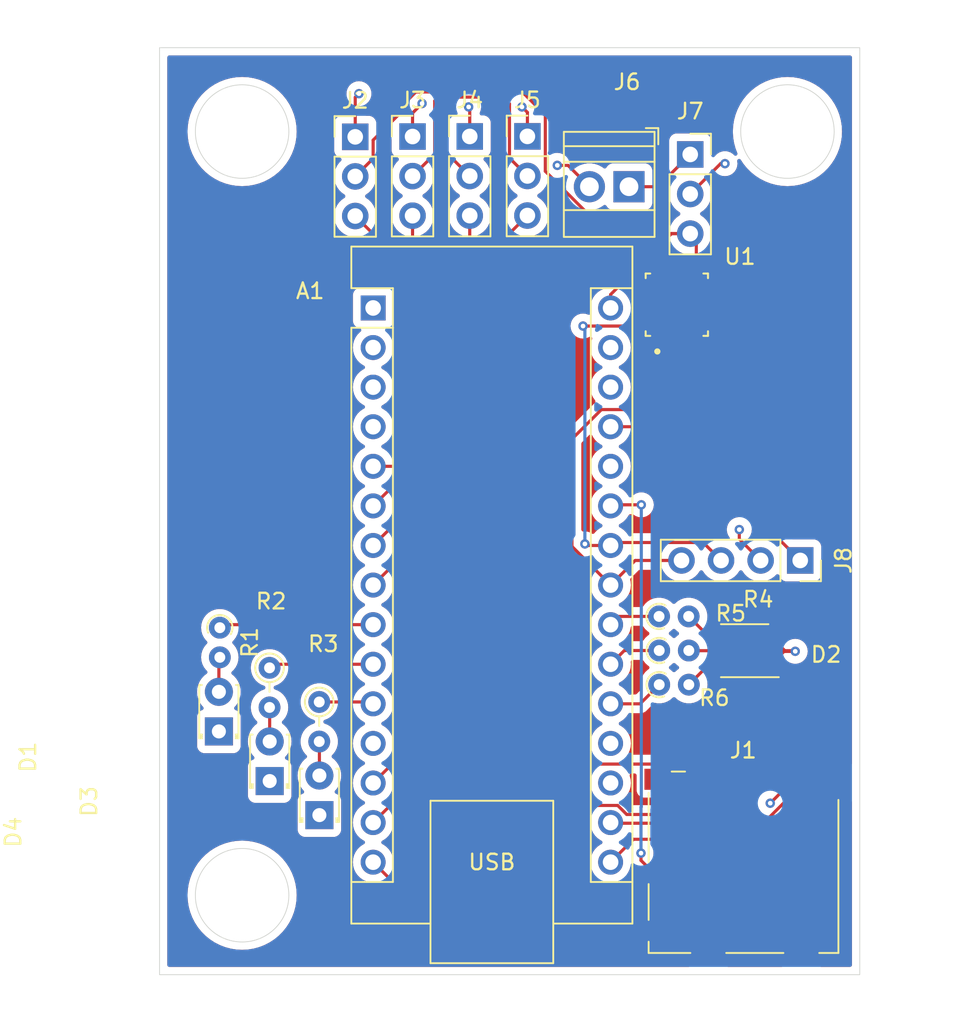
<source format=kicad_pcb>
(kicad_pcb (version 20240108) (generator "pcbnew") (generator_version "8.0")
  (layers (0 "F.Cu" signal) (1 "In1.Cu" signal) (2 "In2.Cu" signal) (31 "B.Cu" signal) (34 "B.Paste" user) (35 "F.Paste" user) (36 "B.SilkS" user "B.Silkscreen") (37 "F.SilkS" user "F.Silkscreen") (38 "B.Mask" user) (39 "F.Mask" user) (44 "Edge.Cuts" user))
  (net 0 "")
  (net 1 "Net-(A1-D4)")
  (net 3 "Net-(A1-A3)")
  (net 4 "Net-(A1-D3)")
  (net 5 "GND")
  (net 6 "Net-(A1-SCL{slash}A5)")
  (net 7 "Net-(A1-D6)")
  (net 8 "Net-(A1-MISO)")
  (net 11 "Net-(A1-D5)")
  (net 12 "Net-(A1-A6)")
  (net 13 "Net-(A1-+5V)")
  (net 14 "Net-(A1-D2)")
  (net 15 "Net-(A1-A1)")
  (net 17 "Net-(A1-D10)")
  (net 19 "Net-(A1-VIN)")
  (net 20 "Net-(A1-SCK)")
  (net 22 "Net-(A1-D7)")
  (net 24 "Net-(A1-MOSI)")
  (net 25 "Net-(A1-SDA{slash}A4)")
  (net 26 "Net-(A1-3V3)")
  (net 27 "Net-(A1-A2)")
  (net 29 "Net-(A1-D8)")
  (net 30 "Net-(D1-A)")
  (net 31 "Net-(D3-A)")
  (net 32 "Net-(D4-A)")
  (net 36 "Net-(J6-Pin_1)")
  (net 38 "Net-(U1-NC-Pad14)")
  (net 50 "Net-(D2-RK)")
  (net 51 "Net-(D2-BK)")
  (net 52 "Net-(D2-GK)")
  (footprint "MPU-6050-A:QFN50P400X400X95-24N" (layer "F.Cu") (at 110.9 98.11 90)
    (property "Reference" "U1" (at 3.08 4.05 180) (layer "F.SilkS"))
    (property "Value" "MPU-6050-A")
    (fp_line (start 2 -2) (end 1.705 -2) (stroke (width 0.127)) (layer "F.SilkS"))
    (fp_line (start 2 -2) (end 2 -1.705) (stroke (width 0.127)) (layer "F.SilkS"))
    (fp_line (start -2 -2) (end -1.705 -2) (stroke (width 0.127)) (layer "F.SilkS"))
    (fp_line (start -2 -2) (end -2 -1.705) (stroke (width 0.127)) (layer "F.SilkS"))
    (fp_line (start 2 2) (end 2 1.705) (stroke (width 0.127)) (layer "F.SilkS"))
    (fp_line (start 2 2) (end 1.705 2) (stroke (width 0.127)) (layer "F.SilkS"))
    (fp_line (start -2 2) (end -2 1.705) (stroke (width 0.127)) (layer "F.SilkS"))
    (fp_line (start -2 2) (end -1.705 2) (stroke (width 0.127)) (layer "F.SilkS"))
    (fp_circle (center -3 -1.25) (end -2.9 -1.25) (stroke (width 0.2)) (fill none) (layer "F.SilkS"))
    (pad "1" smd rect (at -1.97 -1.25 90) (size 0.79 0.28) (layers "F.Cu" "F.Paste" "F.Mask"))
    (pad "2" smd rect (at -1.97 -0.75 90) (size 0.79 0.28) (layers "F.Cu" "F.Paste" "F.Mask") (net 38 "Net-(U1-NC-Pad14)"))
    (pad "3" smd rect (at -1.97 -0.25 90) (size 0.79 0.28) (layers "F.Cu" "F.Paste" "F.Mask") (net 38 "Net-(U1-NC-Pad14)"))
    (pad "4" smd rect (at -1.97 0.25 90) (size 0.79 0.28) (layers "F.Cu" "F.Paste" "F.Mask") (net 38 "Net-(U1-NC-Pad14)"))
    (pad "5" smd rect (at -1.97 0.75 90) (size 0.79 0.28) (layers "F.Cu" "F.Paste" "F.Mask") (net 38 "Net-(U1-NC-Pad14)"))
    (pad "6" smd rect (at -1.97 1.25 90) (size 0.79 0.28) (layers "F.Cu" "F.Paste" "F.Mask"))
    (pad "7" smd rect (at -1.25 1.97 90) (size 0.28 0.79) (layers "F.Cu" "F.Paste" "F.Mask"))
    (pad "8" smd rect (at -0.75 1.97 90) (size 0.28 0.79) (layers "F.Cu" "F.Paste" "F.Mask"))
    (pad "9" smd rect (at -0.25 1.97 90) (size 0.28 0.79) (layers "F.Cu" "F.Paste" "F.Mask"))
    (pad "10" smd rect (at 0.25 1.97 90) (size 0.28 0.79) (layers "F.Cu" "F.Paste" "F.Mask"))
    (pad "11" smd rect (at 0.75 1.97 90) (size 0.28 0.79) (layers "F.Cu" "F.Paste" "F.Mask"))
    (pad "12" smd rect (at 1.25 1.97 90) (size 0.28 0.79) (layers "F.Cu" "F.Paste" "F.Mask"))
    (pad "13" smd rect (at 1.97 1.25 90) (size 0.79 0.28) (layers "F.Cu" "F.Paste" "F.Mask") (net 19 "Net-(A1-VIN)"))
    (pad "14" smd rect (at 1.97 0.75 90) (size 0.79 0.28) (layers "F.Cu" "F.Paste" "F.Mask") (net 38 "Net-(U1-NC-Pad14)"))
    (pad "15" smd rect (at 1.97 0.25 90) (size 0.79 0.28) (layers "F.Cu" "F.Paste" "F.Mask") (net 38 "Net-(U1-NC-Pad14)"))
    (pad "16" smd rect (at 1.97 -0.25 90) (size 0.79 0.28) (layers "F.Cu" "F.Paste" "F.Mask") (net 38 "Net-(U1-NC-Pad14)"))
    (pad "17" smd rect (at 1.97 -0.75 90) (size 0.79 0.28) (layers "F.Cu" "F.Paste" "F.Mask") (net 38 "Net-(U1-NC-Pad14)"))
    (pad "18" smd rect (at 1.97 -1.25 90) (size 0.79 0.28) (layers "F.Cu" "F.Paste" "F.Mask") (net 5 "GND"))
    (pad "19" smd rect (at 1.25 -1.97 90) (size 0.28 0.79) (layers "F.Cu" "F.Paste" "F.Mask"))
    (pad "20" smd rect (at 0.75 -1.97 90) (size 0.28 0.79) (layers "F.Cu" "F.Paste" "F.Mask"))
    (pad "21" smd rect (at 0.25 -1.97 90) (size 0.28 0.79) (layers "F.Cu" "F.Paste" "F.Mask"))
    (pad "22" smd rect (at -0.25 -1.97 90) (size 0.28 0.79) (layers "F.Cu" "F.Paste" "F.Mask"))
    (pad "23" smd rect (at -0.75 -1.97 90) (size 0.28 0.79) (layers "F.Cu" "F.Paste" "F.Mask") (net 6 "Net-(A1-SCL{slash}A5)"))
    (pad "24" smd rect (at -1.25 -1.97 90) (size 0.28 0.79) (layers "F.Cu" "F.Paste" "F.Mask") (net 25 "Net-(A1-SDA{slash}A4)"))
    (zone (net 0) (net_name "") (layer "F.Cu") (connect_pads (clearance 0)) (min_thickness 0.01)
      (keepout (tracks not_allowed) (vias not_allowed) (pads not_allowed) (copperpour not_allowed) (footprints allowed))
      (fill (thermal_gap 0.508) (thermal_bridge_width 0.508))
      (polygon (pts (xy 109.6 99.46) (xy 109.6 96.76) (xy 112.2 96.76) (xy 112.2 99.46)))
    )
  )
  (footprint "LED_THT:LED_D1.8mm_W3.3mm_H2.4mm" (layer "F.Cu") (at 87.96 130.86 90)
    (property "Reference" "D4" (at -1.09 -19.65 90) (layer "F.SilkS"))
    (property "Value" "LED")
    (fp_line (start 2.98 -1.26) (end 2.98 -1.095) (stroke (width 0.12)) (layer "F.SilkS"))
    (fp_line (start -0.2 -1.26) (end -0.2 -1.08) (stroke (width 0.12)) (layer "F.SilkS"))
    (fp_line (start -0.32 -1.26) (end -0.32 -1.08) (stroke (width 0.12)) (layer "F.SilkS"))
    (fp_line (start -0.44 -1.26) (end 2.98 -1.26) (stroke (width 0.12)) (layer "F.SilkS"))
    (fp_line (start -0.44 -1.26) (end -0.44 -1.08) (stroke (width 0.12)) (layer "F.SilkS"))
    (fp_line (start -0.2 1.08) (end -0.2 1.26) (stroke (width 0.12)) (layer "F.SilkS"))
    (fp_line (start -0.32 1.08) (end -0.32 1.26) (stroke (width 0.12)) (layer "F.SilkS"))
    (fp_line (start -0.44 1.08) (end -0.44 1.26) (stroke (width 0.12)) (layer "F.SilkS"))
    (fp_line (start 2.98 1.095) (end 2.98 1.26) (stroke (width 0.12)) (layer "F.SilkS"))
    (fp_line (start -0.44 1.26) (end 2.98 1.26) (stroke (width 0.12)) (layer "F.SilkS"))
    (pad "1" thru_hole rect (at 0 0 90) (size 1.8 1.8) (drill 0.9) (layers "*.Cu" "*.Mask") (net 5 "GND"))
    (pad "2" thru_hole circle (at 2.54 0 90) (size 1.8 1.8) (drill 0.9) (layers "*.Cu" "*.Mask") (net 32 "Net-(D4-A)"))
  )
  (footprint "Resistor_THT:R_Axial_DIN0204_L3.6mm_D1.6mm_P1.90mm_Vertical" (layer "F.Cu") (at 109.77 120.3)
    (property "Reference" "R5" (at 4.59 -2.38 0) (layer "F.SilkS"))
    (property "Value" "R")
    (fp_arc (start 0.320095 0.749359) (mid -0.813042 -0.054435) (end 0.417133 -0.7) (stroke (width 0.12)) (layer "F.SilkS"))
    (pad "1" thru_hole circle (at 0 0) (size 1.4 1.4) (drill 0.7) (layers "*.Cu" "*.Mask") (net 27 "Net-(A1-A2)"))
    (pad "2" thru_hole oval (at 1.9 0) (size 1.4 1.4) (drill 0.7) (layers "*.Cu" "*.Mask") (net 50 "Net-(D2-RK)"))
  )
  (footprint "Connector_PinHeader_2.54mm:PinHeader_1x03_P2.54mm_Vertical" (layer "F.Cu") (at 90.26 87.34)
    (property "Reference" "J2" (at 0 -2.33 0) (layer "F.SilkS"))
    (property "Value" "Conn_01x03")
    (fp_line (start -1.33 -1.33) (end 0 -1.33) (stroke (width 0.12)) (layer "F.SilkS"))
    (fp_line (start -1.33 0) (end -1.33 -1.33) (stroke (width 0.12)) (layer "F.SilkS"))
    (fp_line (start -1.33 1.27) (end -1.33 6.41) (stroke (width 0.12)) (layer "F.SilkS"))
    (fp_line (start -1.33 1.27) (end 1.33 1.27) (stroke (width 0.12)) (layer "F.SilkS"))
    (fp_line (start -1.33 6.41) (end 1.33 6.41) (stroke (width 0.12)) (layer "F.SilkS"))
    (fp_line (start 1.33 1.27) (end 1.33 6.41) (stroke (width 0.12)) (layer "F.SilkS"))
    (pad "1" thru_hole rect (at 0 0) (size 1.7 1.7) (drill 1) (layers "*.Cu" "*.Mask") (net 5 "GND"))
    (pad "2" thru_hole oval (at 0 2.54) (size 1.7 1.7) (drill 1) (layers "*.Cu" "*.Mask") (net 19 "Net-(A1-VIN)"))
    (pad "3" thru_hole oval (at 0 5.08) (size 1.7 1.7) (drill 1) (layers "*.Cu" "*.Mask") (net 14 "Net-(A1-D2)"))
  )
  (footprint "LED_SMD:LED_ROHM_SMLVN6" (layer "F.Cu") (at 115.255 120.31 180)
    (property "Reference" "D2" (at -5.225 -0.25 0) (layer "F.SilkS"))
    (property "Value" "SMLVN6RGB")
    (fp_line (start -1.525 1.7) (end 1.525 1.7) (stroke (width 0.12)) (layer "F.SilkS"))
    (fp_line (start -2.19 -1.7) (end 1.525 -1.7) (stroke (width 0.12)) (layer "F.SilkS"))
    (pad "1" smd roundrect (at -1.525 -1.05 180) (size 1.45 0.8) (layers "F.Cu" "F.Paste" "F.Mask") (roundrect_rratio 0.2) (net 5 "GND"))
    (pad "2" smd roundrect (at -1.525 0 180) (size 1.45 0.6) (layers "F.Cu" "F.Paste" "F.Mask") (roundrect_rratio 0.2) (net 5 "GND"))
    (pad "3" smd roundrect (at -1.525 1.05 180) (size 1.45 0.8) (layers "F.Cu" "F.Paste" "F.Mask") (roundrect_rratio 0.2) (net 5 "GND"))
    (pad "4" smd roundrect (at 1.525 1.05 180) (size 1.45 0.8) (layers "F.Cu" "F.Paste" "F.Mask") (roundrect_rratio 0.2) (net 52 "Net-(D2-GK)"))
    (pad "5" smd roundrect (at 1.525 0 180) (size 1.45 0.6) (layers "F.Cu" "F.Paste" "F.Mask") (roundrect_rratio 0.2) (net 50 "Net-(D2-RK)"))
    (pad "6" smd roundrect (at 1.525 -1.05 180) (size 1.45 0.8) (layers "F.Cu" "F.Paste" "F.Mask") (roundrect_rratio 0.2) (net 51 "Net-(D2-BK)"))
  )
  (footprint "Module:Arduino_Nano" (layer "F.Cu") (at 91.41 98.32)
    (property "Reference" "A1" (at -4.04 -1.09 0) (layer "F.SilkS"))
    (property "Value" "Arduino_Nano_Every")
    (fp_line (start -1.4 -3.94) (end -1.4 -1.27) (stroke (width 0.12)) (layer "F.SilkS"))
    (fp_line (start -1.4 1.27) (end -1.4 39.5) (stroke (width 0.12)) (layer "F.SilkS"))
    (fp_line (start -1.4 39.5) (end 3.68 39.5) (stroke (width 0.12)) (layer "F.SilkS"))
    (fp_line (start 1.27 -1.27) (end -1.4 -1.27) (stroke (width 0.12)) (layer "F.SilkS"))
    (fp_line (start 1.27 1.27) (end -1.4 1.27) (stroke (width 0.12)) (layer "F.SilkS"))
    (fp_line (start 1.27 1.27) (end 1.27 -1.27) (stroke (width 0.12)) (layer "F.SilkS"))
    (fp_line (start 1.27 1.27) (end 1.27 36.83) (stroke (width 0.12)) (layer "F.SilkS"))
    (fp_line (start 1.27 36.83) (end -1.4 36.83) (stroke (width 0.12)) (layer "F.SilkS"))
    (fp_line (start 3.68 31.62) (end 11.56 31.62) (stroke (width 0.12)) (layer "F.SilkS"))
    (fp_line (start 3.68 42.04) (end 3.68 31.62) (stroke (width 0.12)) (layer "F.SilkS"))
    (fp_line (start 11.56 31.62) (end 11.56 42.04) (stroke (width 0.12)) (layer "F.SilkS"))
    (fp_line (start 11.56 42.04) (end 3.68 42.04) (stroke (width 0.12)) (layer "F.SilkS"))
    (fp_line (start 13.97 -1.27) (end 13.97 36.83) (stroke (width 0.12)) (layer "F.SilkS"))
    (fp_line (start 13.97 -1.27) (end 16.64 -1.27) (stroke (width 0.12)) (layer "F.SilkS"))
    (fp_line (start 13.97 36.83) (end 16.64 36.83) (stroke (width 0.12)) (layer "F.SilkS"))
    (fp_line (start 16.64 -3.94) (end -1.4 -3.94) (stroke (width 0.12)) (layer "F.SilkS"))
    (fp_line (start 16.64 39.5) (end 11.56 39.5) (stroke (width 0.12)) (layer "F.SilkS"))
    (fp_line (start 16.64 39.5) (end 16.64 -3.94) (stroke (width 0.12)) (layer "F.SilkS"))
    (fp_text user "USB" (at 7.62 35.56 0) (layer "F.SilkS"))
    (pad "1" thru_hole rect (at 0 0) (size 1.6 1.6) (drill 1) (layers "*.Cu" "*.Mask"))
    (pad "2" thru_hole oval (at 0 2.54) (size 1.6 1.6) (drill 1) (layers "*.Cu" "*.Mask"))
    (pad "3" thru_hole oval (at 0 5.08) (size 1.6 1.6) (drill 1) (layers "*.Cu" "*.Mask"))
    (pad "4" thru_hole oval (at 0 7.62) (size 1.6 1.6) (drill 1) (layers "*.Cu" "*.Mask") (net 5 "GND"))
    (pad "5" thru_hole oval (at 0 10.16) (size 1.6 1.6) (drill 1) (layers "*.Cu" "*.Mask") (net 14 "Net-(A1-D2)"))
    (pad "6" thru_hole oval (at 0 12.7) (size 1.6 1.6) (drill 1) (layers "*.Cu" "*.Mask") (net 4 "Net-(A1-D3)"))
    (pad "7" thru_hole oval (at 0 15.24) (size 1.6 1.6) (drill 1) (layers "*.Cu" "*.Mask") (net 1 "Net-(A1-D4)"))
    (pad "8" thru_hole oval (at 0 17.78) (size 1.6 1.6) (drill 1) (layers "*.Cu" "*.Mask") (net 11 "Net-(A1-D5)"))
    (pad "9" thru_hole oval (at 0 20.32) (size 1.6 1.6) (drill 1) (layers "*.Cu" "*.Mask") (net 7 "Net-(A1-D6)"))
    (pad "10" thru_hole oval (at 0 22.86) (size 1.6 1.6) (drill 1) (layers "*.Cu" "*.Mask") (net 22 "Net-(A1-D7)"))
    (pad "11" thru_hole oval (at 0 25.4) (size 1.6 1.6) (drill 1) (layers "*.Cu" "*.Mask") (net 29 "Net-(A1-D8)"))
    (pad "12" thru_hole oval (at 0 27.94) (size 1.6 1.6) (drill 1) (layers "*.Cu" "*.Mask"))
    (pad "13" thru_hole oval (at 0 30.48) (size 1.6 1.6) (drill 1) (layers "*.Cu" "*.Mask") (net 17 "Net-(A1-D10)"))
    (pad "14" thru_hole oval (at 0 33.02) (size 1.6 1.6) (drill 1) (layers "*.Cu" "*.Mask") (net 24 "Net-(A1-MOSI)"))
    (pad "15" thru_hole oval (at 0 35.56) (size 1.6 1.6) (drill 1) (layers "*.Cu" "*.Mask") (net 8 "Net-(A1-MISO)"))
    (pad "16" thru_hole oval (at 15.24 35.56) (size 1.6 1.6) (drill 1) (layers "*.Cu" "*.Mask") (net 20 "Net-(A1-SCK)"))
    (pad "17" thru_hole oval (at 15.24 33.02) (size 1.6 1.6) (drill 1) (layers "*.Cu" "*.Mask") (net 26 "Net-(A1-3V3)"))
    (pad "18" thru_hole oval (at 15.24 30.48) (size 1.6 1.6) (drill 1) (layers "*.Cu" "*.Mask"))
    (pad "19" thru_hole oval (at 15.24 27.94) (size 1.6 1.6) (drill 1) (layers "*.Cu" "*.Mask"))
    (pad "20" thru_hole oval (at 15.24 25.4) (size 1.6 1.6) (drill 1) (layers "*.Cu" "*.Mask") (net 15 "Net-(A1-A1)"))
    (pad "21" thru_hole oval (at 15.24 22.86) (size 1.6 1.6) (drill 1) (layers "*.Cu" "*.Mask") (net 27 "Net-(A1-A2)"))
    (pad "22" thru_hole oval (at 15.24 20.32) (size 1.6 1.6) (drill 1) (layers "*.Cu" "*.Mask") (net 3 "Net-(A1-A3)"))
    (pad "23" thru_hole oval (at 15.24 17.78) (size 1.6 1.6) (drill 1) (layers "*.Cu" "*.Mask") (net 25 "Net-(A1-SDA{slash}A4)"))
    (pad "24" thru_hole oval (at 15.24 15.24) (size 1.6 1.6) (drill 1) (layers "*.Cu" "*.Mask") (net 6 "Net-(A1-SCL{slash}A5)"))
    (pad "25" thru_hole oval (at 15.24 12.7) (size 1.6 1.6) (drill 1) (layers "*.Cu" "*.Mask") (net 12 "Net-(A1-A6)"))
    (pad "26" thru_hole oval (at 15.24 10.16) (size 1.6 1.6) (drill 1) (layers "*.Cu" "*.Mask"))
    (pad "27" thru_hole oval (at 15.24 7.62) (size 1.6 1.6) (drill 1) (layers "*.Cu" "*.Mask") (net 13 "Net-(A1-+5V)"))
    (pad "28" thru_hole oval (at 15.24 5.08) (size 1.6 1.6) (drill 1) (layers "*.Cu" "*.Mask"))
    (pad "29" thru_hole oval (at 15.24 2.54) (size 1.6 1.6) (drill 1) (layers "*.Cu" "*.Mask") (net 5 "GND"))
    (pad "30" thru_hole oval (at 15.24 0) (size 1.6 1.6) (drill 1) (layers "*.Cu" "*.Mask") (net 19 "Net-(A1-VIN)"))
  )
  (footprint "Connector_PinHeader_2.54mm:PinHeader_1x03_P2.54mm_Vertical" (layer "F.Cu") (at 97.61 87.315)
    (property "Reference" "J4" (at 0 -2.33 0) (layer "F.SilkS"))
    (property "Value" "Conn_01x03")
    (fp_line (start -1.33 -1.33) (end 0 -1.33) (stroke (width 0.12)) (layer "F.SilkS"))
    (fp_line (start -1.33 0) (end -1.33 -1.33) (stroke (width 0.12)) (layer "F.SilkS"))
    (fp_line (start -1.33 1.27) (end -1.33 6.41) (stroke (width 0.12)) (layer "F.SilkS"))
    (fp_line (start -1.33 1.27) (end 1.33 1.27) (stroke (width 0.12)) (layer "F.SilkS"))
    (fp_line (start -1.33 6.41) (end 1.33 6.41) (stroke (width 0.12)) (layer "F.SilkS"))
    (fp_line (start 1.33 1.27) (end 1.33 6.41) (stroke (width 0.12)) (layer "F.SilkS"))
    (pad "1" thru_hole rect (at 0 0) (size 1.7 1.7) (drill 1) (layers "*.Cu" "*.Mask") (net 5 "GND"))
    (pad "2" thru_hole oval (at 0 2.54) (size 1.7 1.7) (drill 1) (layers "*.Cu" "*.Mask") (net 19 "Net-(A1-VIN)"))
    (pad "3" thru_hole oval (at 0 5.08) (size 1.7 1.7) (drill 1) (layers "*.Cu" "*.Mask") (net 1 "Net-(A1-D4)"))
  )
  (footprint "Connector_PinHeader_2.54mm:PinHeader_1x03_P2.54mm_Vertical" (layer "F.Cu") (at 93.94 87.32)
    (property "Reference" "J3" (at 0 -2.33 0) (layer "F.SilkS"))
    (property "Value" "Conn_01x03")
    (fp_line (start -1.33 -1.33) (end 0 -1.33) (stroke (width 0.12)) (layer "F.SilkS"))
    (fp_line (start -1.33 0) (end -1.33 -1.33) (stroke (width 0.12)) (layer "F.SilkS"))
    (fp_line (start -1.33 1.27) (end -1.33 6.41) (stroke (width 0.12)) (layer "F.SilkS"))
    (fp_line (start -1.33 1.27) (end 1.33 1.27) (stroke (width 0.12)) (layer "F.SilkS"))
    (fp_line (start -1.33 6.41) (end 1.33 6.41) (stroke (width 0.12)) (layer "F.SilkS"))
    (fp_line (start 1.33 1.27) (end 1.33 6.41) (stroke (width 0.12)) (layer "F.SilkS"))
    (pad "1" thru_hole rect (at 0 0) (size 1.7 1.7) (drill 1) (layers "*.Cu" "*.Mask") (net 5 "GND"))
    (pad "2" thru_hole oval (at 0 2.54) (size 1.7 1.7) (drill 1) (layers "*.Cu" "*.Mask") (net 19 "Net-(A1-VIN)"))
    (pad "3" thru_hole oval (at 0 5.08) (size 1.7 1.7) (drill 1) (layers "*.Cu" "*.Mask") (net 4 "Net-(A1-D3)"))
  )
  (footprint "LED_THT:LED_D1.8mm_W3.3mm_H2.4mm" (layer "F.Cu") (at 84.77 128.675 90)
    (property "Reference" "D3" (at -1.31 -11.59 90) (layer "F.SilkS"))
    (property "Value" "LED")
    (fp_line (start 2.98 -1.26) (end 2.98 -1.095) (stroke (width 0.12)) (layer "F.SilkS"))
    (fp_line (start -0.2 -1.26) (end -0.2 -1.08) (stroke (width 0.12)) (layer "F.SilkS"))
    (fp_line (start -0.32 -1.26) (end -0.32 -1.08) (stroke (width 0.12)) (layer "F.SilkS"))
    (fp_line (start -0.44 -1.26) (end 2.98 -1.26) (stroke (width 0.12)) (layer "F.SilkS"))
    (fp_line (start -0.44 -1.26) (end -0.44 -1.08) (stroke (width 0.12)) (layer "F.SilkS"))
    (fp_line (start -0.2 1.08) (end -0.2 1.26) (stroke (width 0.12)) (layer "F.SilkS"))
    (fp_line (start -0.32 1.08) (end -0.32 1.26) (stroke (width 0.12)) (layer "F.SilkS"))
    (fp_line (start -0.44 1.08) (end -0.44 1.26) (stroke (width 0.12)) (layer "F.SilkS"))
    (fp_line (start 2.98 1.095) (end 2.98 1.26) (stroke (width 0.12)) (layer "F.SilkS"))
    (fp_line (start -0.44 1.26) (end 2.98 1.26) (stroke (width 0.12)) (layer "F.SilkS"))
    (pad "1" thru_hole rect (at 0 0 90) (size 1.8 1.8) (drill 0.9) (layers "*.Cu" "*.Mask") (net 5 "GND"))
    (pad "2" thru_hole circle (at 2.54 0 90) (size 1.8 1.8) (drill 0.9) (layers "*.Cu" "*.Mask") (net 31 "Net-(D3-A)"))
  )
  (footprint "LED_THT:LED_D1.8mm_W3.3mm_H2.4mm" (layer "F.Cu") (at 81.51 125.49 90)
    (property "Reference" "D1" (at -1.645 -12.25 90) (layer "F.SilkS"))
    (property "Value" "LED")
    (fp_line (start 2.98 -1.26) (end 2.98 -1.095) (stroke (width 0.12)) (layer "F.SilkS"))
    (fp_line (start -0.2 -1.26) (end -0.2 -1.08) (stroke (width 0.12)) (layer "F.SilkS"))
    (fp_line (start -0.32 -1.26) (end -0.32 -1.08) (stroke (width 0.12)) (layer "F.SilkS"))
    (fp_line (start -0.44 -1.26) (end 2.98 -1.26) (stroke (width 0.12)) (layer "F.SilkS"))
    (fp_line (start -0.44 -1.26) (end -0.44 -1.08) (stroke (width 0.12)) (layer "F.SilkS"))
    (fp_line (start -0.2 1.08) (end -0.2 1.26) (stroke (width 0.12)) (layer "F.SilkS"))
    (fp_line (start -0.32 1.08) (end -0.32 1.26) (stroke (width 0.12)) (layer "F.SilkS"))
    (fp_line (start -0.44 1.08) (end -0.44 1.26) (stroke (width 0.12)) (layer "F.SilkS"))
    (fp_line (start 2.98 1.095) (end 2.98 1.26) (stroke (width 0.12)) (layer "F.SilkS"))
    (fp_line (start -0.44 1.26) (end 2.98 1.26) (stroke (width 0.12)) (layer "F.SilkS"))
    (pad "1" thru_hole rect (at 0 0 90) (size 1.8 1.8) (drill 0.9) (layers "*.Cu" "*.Mask") (net 5 "GND"))
    (pad "2" thru_hole circle (at 2.54 0 90) (size 1.8 1.8) (drill 0.9) (layers "*.Cu" "*.Mask") (net 30 "Net-(D1-A)"))
  )
  (footprint "TerminalBlock:TerminalBlock_Xinya_XY308-2.54-2P_1x02_P2.54mm_Horizontal" (layer "F.Cu") (at 107.83 90.54 180)
    (property "Reference" "J6" (at 0.12 6.72 0) (layer "F.SilkS"))
    (property "Value" "Screw_Terminal_01x02")
    (fp_line (start 4.18 -3.22) (end 4.18 3.52) (stroke (width 0.12)) (layer "F.SilkS"))
    (fp_line (start -1.64 3.52) (end 4.18 3.52) (stroke (width 0.12)) (layer "F.SilkS"))
    (fp_line (start -1.64 2.6) (end 4.18 2.6) (stroke (width 0.12)) (layer "F.SilkS"))
    (fp_line (start -1.64 1.6) (end 4.18 1.6) (stroke (width 0.12)) (layer "F.SilkS"))
    (fp_line (start -1.64 -1.501) (end 4.18 -1.501) (stroke (width 0.12)) (layer "F.SilkS"))
    (fp_line (start -1.64 -3.22) (end 4.18 -3.22) (stroke (width 0.12)) (layer "F.SilkS"))
    (fp_line (start -1.64 -3.22) (end -1.64 3.52) (stroke (width 0.12)) (layer "F.SilkS"))
    (fp_line (start -1.88 3.76) (end -1.08 3.76) (stroke (width 0.12)) (layer "F.SilkS"))
    (fp_line (start -1.88 2.72) (end -1.88 3.76) (stroke (width 0.12)) (layer "F.SilkS"))
    (pad "1" thru_hole rect (at 0 0 180) (size 2 2) (drill 1.2) (layers "*.Cu" "*.Mask") (net 36 "Net-(J6-Pin_1)"))
    (pad "2" thru_hole circle (at 2.54 0 180) (size 2 2) (drill 1.2) (layers "*.Cu" "*.Mask") (net 5 "GND"))
  )
  (footprint "Resistor_THT:R_Axial_DIN0204_L3.6mm_D1.6mm_P2.54mm_Vertical" (layer "F.Cu") (at 87.95 123.6 -90)
    (property "Reference" "R3" (at -3.72 -0.26 180) (layer "F.SilkS"))
    (property "Value" "R")
    (fp_line (start 0.92 0) (end 1.54 0) (stroke (width 0.12)) (layer "F.SilkS"))
    (fp_circle (center 0 0) (end 0.92 0) (stroke (width 0.12)) (fill none) (layer "F.SilkS"))
    (pad "1" thru_hole circle (at 0 0 270) (size 1.4 1.4) (drill 0.7) (layers "*.Cu" "*.Mask") (net 29 "Net-(A1-D8)"))
    (pad "2" thru_hole oval (at 2.54 0 270) (size 1.4 1.4) (drill 0.7) (layers "*.Cu" "*.Mask") (net 32 "Net-(D4-A)"))
  )
  (footprint "Resistor_THT:R_Axial_DIN0204_L3.6mm_D1.6mm_P1.90mm_Vertical" (layer "F.Cu") (at 109.76 118.11)
    (property "Reference" "R4" (at 6.36 -1.09 0) (layer "F.SilkS"))
    (property "Value" "R")
    (fp_arc (start 0.320095 0.749359) (mid -0.813042 -0.054435) (end 0.417133 -0.7) (stroke (width 0.12)) (layer "F.SilkS"))
    (pad "1" thru_hole circle (at 0 0) (size 1.4 1.4) (drill 0.7) (layers "*.Cu" "*.Mask") (net 3 "Net-(A1-A3)"))
    (pad "2" thru_hole oval (at 1.9 0) (size 1.4 1.4) (drill 0.7) (layers "*.Cu" "*.Mask") (net 52 "Net-(D2-GK)"))
  )
  (footprint "Resistor_THT:R_Axial_DIN0204_L3.6mm_D1.6mm_P2.54mm_Vertical" (layer "F.Cu") (at 84.76 121.41 -90)
    (property "Reference" "R2" (at -4.27 -0.1 180) (layer "F.SilkS"))
    (property "Value" "R")
    (fp_line (start 0.92 0) (end 1.54 0) (stroke (width 0.12)) (layer "F.SilkS"))
    (fp_circle (center 0 0) (end 0.92 0) (stroke (width 0.12)) (fill none) (layer "F.SilkS"))
    (pad "1" thru_hole circle (at 0 0 270) (size 1.4 1.4) (drill 0.7) (layers "*.Cu" "*.Mask") (net 22 "Net-(A1-D7)"))
    (pad "2" thru_hole oval (at 2.54 0 270) (size 1.4 1.4) (drill 0.7) (layers "*.Cu" "*.Mask") (net 31 "Net-(D3-A)"))
  )
  (footprint "Connector_PinHeader_2.54mm:PinHeader_1x03_P2.54mm_Vertical" (layer "F.Cu") (at 101.31 87.31)
    (property "Reference" "J5" (at 0 -2.33 0) (layer "F.SilkS"))
    (property "Value" "Conn_01x03")
    (fp_line (start -1.33 -1.33) (end 0 -1.33) (stroke (width 0.12)) (layer "F.SilkS"))
    (fp_line (start -1.33 0) (end -1.33 -1.33) (stroke (width 0.12)) (layer "F.SilkS"))
    (fp_line (start -1.33 1.27) (end -1.33 6.41) (stroke (width 0.12)) (layer "F.SilkS"))
    (fp_line (start -1.33 1.27) (end 1.33 1.27) (stroke (width 0.12)) (layer "F.SilkS"))
    (fp_line (start -1.33 6.41) (end 1.33 6.41) (stroke (width 0.12)) (layer "F.SilkS"))
    (fp_line (start 1.33 1.27) (end 1.33 6.41) (stroke (width 0.12)) (layer "F.SilkS"))
    (pad "1" thru_hole rect (at 0 0) (size 1.7 1.7) (drill 1) (layers "*.Cu" "*.Mask") (net 5 "GND"))
    (pad "2" thru_hole oval (at 0 2.54) (size 1.7 1.7) (drill 1) (layers "*.Cu" "*.Mask") (net 19 "Net-(A1-VIN)"))
    (pad "3" thru_hole oval (at 0 5.08) (size 1.7 1.7) (drill 1) (layers "*.Cu" "*.Mask") (net 11 "Net-(A1-D5)"))
  )
  (footprint "Connector_Card:microSD_HC_Molex_104031-0811" (layer "F.Cu") (at 115.16 133.885)
    (property "Reference" "J1" (at 0 -7.18 0) (layer "F.SilkS"))
    (property "Value" "Micro_SD_Card_Det1")
    (fp_line (start -6.07 -4.45) (end -6.07 0) (stroke (width 0.12)) (layer "F.SilkS"))
    (fp_line (start -6.07 1.4) (end -6.07 3.7) (stroke (width 0.12)) (layer "F.SilkS"))
    (fp_line (start -6.07 5.1) (end -6.07 5.82) (stroke (width 0.12)) (layer "F.SilkS"))
    (fp_line (start -6.07 5.82) (end -3.39 5.82) (stroke (width 0.12)) (layer "F.SilkS"))
    (fp_line (start -4.59 -5.82) (end -3.73 -5.82) (stroke (width 0.12)) (layer "F.SilkS"))
    (fp_line (start -1.09 5.82) (end 2.58 5.82) (stroke (width 0.12)) (layer "F.SilkS"))
    (fp_line (start 4.88 5.82) (end 6.11 5.82) (stroke (width 0.12)) (layer "F.SilkS"))
    (fp_line (start 6.11 5.82) (end 6.11 -4) (stroke (width 0.12)) (layer "F.SilkS"))
    (pad "1" smd rect (at -3.105 -5.45) (size 0.85 1.1) (layers "F.Cu" "F.Paste" "F.Mask"))
    (pad "2" smd rect (at -2.005 -5.45) (size 0.85 1.1) (layers "F.Cu" "F.Paste" "F.Mask") (net 17 "Net-(A1-D10)"))
    (pad "3" smd rect (at -0.905 -5.45) (size 0.85 1.1) (layers "F.Cu" "F.Paste" "F.Mask") (net 24 "Net-(A1-MOSI)"))
    (pad "4" smd rect (at 0.195 -5.45) (size 0.85 1.1) (layers "F.Cu" "F.Paste" "F.Mask") (net 26 "Net-(A1-3V3)"))
    (pad "5" smd rect (at 1.295 -5.45) (size 0.85 1.1) (layers "F.Cu" "F.Paste" "F.Mask") (net 20 "Net-(A1-SCK)"))
    (pad "6" smd rect (at 2.395 -5.45) (size 0.85 1.1) (layers "F.Cu" "F.Paste" "F.Mask") (net 5 "GND"))
    (pad "7" smd rect (at 3.495 -5.45) (size 0.85 1.1) (layers "F.Cu" "F.Paste" "F.Mask") (net 8 "Net-(A1-MISO)"))
    (pad "8" smd rect (at 4.545 -5.45) (size 0.75 1.1) (layers "F.Cu" "F.Paste" "F.Mask"))
    (pad "9" smd rect (at -5.74 0.7) (size 1.2 1) (layers "F.Cu" "F.Paste" "F.Mask") (net 12 "Net-(A1-A6)"))
    (pad "10" smd rect (at -5.74 4.4) (size 1.2 1) (layers "F.Cu" "F.Paste" "F.Mask"))
    (pad "11" smd rect (at -5.565 -5.325) (size 1.55 1.35) (layers "F.Cu" "F.Paste" "F.Mask"))
    (pad "11" smd rect (at -2.24 5.375) (size 1.9 1.35) (layers "F.Cu" "F.Paste" "F.Mask"))
    (pad "11" smd rect (at 3.73 5.375) (size 1.9 1.35) (layers "F.Cu" "F.Paste" "F.Mask"))
    (pad "11" smd rect (at 5.755 -5.1) (size 1.17 1.8) (layers "F.Cu" "F.Paste" "F.Mask"))
  )
  (footprint "Connector_PinSocket_2.54mm:PinSocket_1x03_P2.54mm_Vertical" (layer "F.Cu") (at 111.76 88.47)
    (property "Reference" "J7" (at 0 -2.77 0) (layer "F.SilkS"))
    (property "Value" "Conn_01x03")
    (fp_line (start -1.33 1.27) (end -1.33 6.41) (stroke (width 0.12)) (layer "F.SilkS"))
    (fp_line (start -1.33 1.27) (end 1.33 1.27) (stroke (width 0.12)) (layer "F.SilkS"))
    (fp_line (start -1.33 6.41) (end 1.33 6.41) (stroke (width 0.12)) (layer "F.SilkS"))
    (fp_line (start 0 -1.33) (end 1.33 -1.33) (stroke (width 0.12)) (layer "F.SilkS"))
    (fp_line (start 1.33 -1.33) (end 1.33 0) (stroke (width 0.12)) (layer "F.SilkS"))
    (fp_line (start 1.33 1.27) (end 1.33 6.41) (stroke (width 0.12)) (layer "F.SilkS"))
    (pad "1" thru_hole rect (at 0 0) (size 1.7 1.7) (drill 1) (layers "*.Cu" "*.Mask") (net 36 "Net-(J6-Pin_1)"))
    (pad "2" thru_hole oval (at 0 2.54) (size 1.7 1.7) (drill 1) (layers "*.Cu" "*.Mask") (net 5 "GND"))
    (pad "3" thru_hole oval (at 0 5.08) (size 1.7 1.7) (drill 1) (layers "*.Cu" "*.Mask") (net 19 "Net-(A1-VIN)"))
  )
  (footprint "Resistor_THT:R_Axial_DIN0204_L3.6mm_D1.6mm_P1.90mm_Vertical" (layer "F.Cu") (at 109.77 122.49)
    (property "Reference" "R6" (at 3.54 0.85 0) (layer "F.SilkS"))
    (property "Value" "R")
    (fp_arc (start 0.320095 0.749359) (mid -0.813042 -0.054435) (end 0.417133 -0.7) (stroke (width 0.12)) (layer "F.SilkS"))
    (pad "1" thru_hole circle (at 0 0) (size 1.4 1.4) (drill 0.7) (layers "*.Cu" "*.Mask") (net 15 "Net-(A1-A1)"))
    (pad "2" thru_hole oval (at 1.9 0) (size 1.4 1.4) (drill 0.7) (layers "*.Cu" "*.Mask") (net 51 "Net-(D2-BK)"))
  )
  (footprint "Resistor_THT:R_Axial_DIN0204_L3.6mm_D1.6mm_P1.90mm_Vertical" (layer "F.Cu") (at 81.57 118.835 -90)
    (property "Reference" "R1" (at 0.95 -1.92 90) (layer "F.SilkS"))
    (property "Value" "R")
    (fp_arc (start 0.320095 0.749359) (mid -0.813042 -0.054435) (end 0.417133 -0.7) (stroke (width 0.12)) (layer "F.SilkS"))
    (pad "1" thru_hole circle (at 0 0 270) (size 1.4 1.4) (drill 0.7) (layers "*.Cu" "*.Mask") (net 7 "Net-(A1-D6)"))
    (pad "2" thru_hole oval (at 1.9 0 270) (size 1.4 1.4) (drill 0.7) (layers "*.Cu" "*.Mask") (net 30 "Net-(D1-A)"))
  )
  (footprint "Connector_PinSocket_2.54mm:PinSocket_1x04_P2.54mm_Vertical" (layer "F.Cu") (at 118.82 114.52 -90)
    (property "Reference" "J8" (at 0 -2.77 90) (layer "F.SilkS"))
    (property "Value" "Conn_01x04")
    (fp_line (start -1.33 8.95) (end 1.33 8.95) (stroke (width 0.12)) (layer "F.SilkS"))
    (fp_line (start -1.33 1.27) (end -1.33 8.95) (stroke (width 0.12)) (layer "F.SilkS"))
    (fp_line (start -1.33 1.27) (end 1.33 1.27) (stroke (width 0.12)) (layer "F.SilkS"))
    (fp_line (start 1.33 1.27) (end 1.33 8.95) (stroke (width 0.12)) (layer "F.SilkS"))
    (fp_line (start 0 -1.33) (end 1.33 -1.33) (stroke (width 0.12)) (layer "F.SilkS"))
    (fp_line (start 1.33 -1.33) (end 1.33 0) (stroke (width 0.12)) (layer "F.SilkS"))
    (pad "1" thru_hole rect (at 0 0 270) (size 1.7 1.7) (drill 1) (layers "*.Cu" "*.Mask") (net 13 "Net-(A1-+5V)"))
    (pad "2" thru_hole oval (at 0 2.54 270) (size 1.7 1.7) (drill 1) (layers "*.Cu" "*.Mask") (net 5 "GND"))
    (pad "3" thru_hole oval (at 0 5.08 270) (size 1.7 1.7) (drill 1) (layers "*.Cu" "*.Mask") (net 6 "Net-(A1-SCL{slash}A5)"))
    (pad "4" thru_hole oval (at 0 7.62 270) (size 1.7 1.7) (drill 1) (layers "*.Cu" "*.Mask") (net 25 "Net-(A1-SDA{slash}A4)"))
  )
  (gr_circle (center 83 136) (end 86 136) (stroke (width 0.05)) (fill none) (layer "Edge.Cuts"))
  (gr_circle (center 118 87) (end 118 90) (stroke (width 0.05)) (fill none) (layer "Edge.Cuts"))
  (gr_circle (center 83 87) (end 83 84) (stroke (width 0.05)) (fill none) (layer "Edge.Cuts"))
  (gr_rect (start 77.7 81.62) (end 122.64 141.1) (stroke (width 0.05)) (fill none) (layer "Edge.Cuts"))
  (segment (start 97.61 107.36) (end 91.41 113.56) (width 0.2) (layer "F.Cu") (net 1))
  (segment (start 97.61 92.395) (end 97.61 107.36) (width 0.2) (layer "F.Cu") (net 1))
  (segment (start 107.18 118.11) (end 106.65 118.64) (width 0.2) (layer "F.Cu") (net 3))
  (segment (start 109.76 118.11) (end 107.18 118.11) (width 0.2) (layer "F.Cu") (net 3))
  (segment (start 93.94 108.49) (end 91.41 111.02) (width 0.2) (layer "F.Cu") (net 4))
  (segment (start 93.94 92.4) (end 93.94 108.49) (width 0.2) (layer "F.Cu") (net 4))
  (segment (start 111.76 91.01) (end 113.71 89.06) (width 0.2) (layer "F.Cu") (net 5))
  (segment (start 116.28 114.52) (end 114.91 113.15) (width 0.2) (layer "F.Cu") (net 5))
  (segment (start 116.78 121.36) (end 117.79 120.35) (width 0.2) (layer "F.Cu") (net 5))
  (segment (start 101.31 87.31) (end 101.31 85.77) (width 0.2) (layer "F.Cu") (net 5))
  (segment (start 116.895735 130.095735) (end 117.555 129.43647) (width 0.2) (layer "F.Cu") (net 5))
  (segment (start 97.61 85.49) (end 97.54 85.42) (width 0.2) (layer "F.Cu") (net 5))
  (segment (start 101.31 85.77) (end 100.96 85.42) (width 0.2) (layer "F.Cu") (net 5))
  (segment (start 114.91 113.15) (end 114.91 112.54) (width 0.2) (layer "F.Cu") (net 5))
  (segment (start 93.94 87.32) (end 93.94 85.81) (width 0.2) (layer "F.Cu") (net 5))
  (segment (start 103.92 89.17) (end 103.23 89.17) (width 0.2) (layer "F.Cu") (net 5))
  (segment (start 118.46 120.31) (end 118.5 120.35) (width 0.2) (layer "F.Cu") (net 5))
  (segment (start 117.79 120.35) (end 118.5 120.35) (width 0.2) (layer "F.Cu") (net 5))
  (segment (start 116.78 119.26) (end 117.87 120.35) (width 0.2) (layer "F.Cu") (net 5))
  (segment (start 90.26 87.34) (end 90.26 84.81) (width 0.2) (layer "F.Cu") (net 5))
  (segment (start 93.94 85.81) (end 94.55 85.2) (width 0.2) (layer "F.Cu") (net 5))
  (segment (start 105.29 90.54) (end 103.92 89.17) (width 0.2) (layer "F.Cu") (net 5))
  (segment (start 113.71 89.06) (end 113.99 89.06) (width 0.2) (layer "F.Cu") (net 5))
  (segment (start 117.87 120.35) (end 118.5 120.35) (width 0.2) (layer "F.Cu") (net 5))
  (segment (start 116.78 120.31) (end 118.46 120.31) (width 0.2) (layer "F.Cu") (net 5))
  (segment (start 117.555 129.43647) (end 117.555 128.435) (width 0.2) (layer "F.Cu") (net 5))
  (segment (start 97.61 87.315) (end 97.61 85.49) (width 0.2) (layer "F.Cu") (net 5))
  (segment (start 90.26 84.81) (end 90.5 84.57) (width 0.2) (layer "F.Cu") (net 5))
  (via (at 116.895735 130.095735) (size 0.6) (drill 0.3) (layers "F.Cu" "B.Cu") (net 5))
  (via (at 100.96 85.42) (size 0.6) (drill 0.3) (layers "F.Cu" "B.Cu") (net 5))
  (via (at 118.5 120.35) (size 0.6) (drill 0.3) (layers "F.Cu" "B.Cu") (net 5))
  (via (at 114.91 112.54) (size 0.6) (drill 0.3) (layers "F.Cu" "B.Cu") (net 5))
  (via (at 94.55 85.2) (size 0.6) (drill 0.3) (layers "F.Cu" "B.Cu") (net 5))
  (via (at 90.5 84.57) (size 0.6) (drill 0.3) (layers "F.Cu" "B.Cu") (net 5))
  (via (at 97.54 85.42) (size 0.6) (drill 0.3) (layers "F.Cu" "B.Cu") (net 5))
  (via (at 103.23 89.17) (size 0.6) (drill 0.3) (layers "F.Cu" "B.Cu") (net 5))
  (via (at 113.99 89.06) (size 0.6) (drill 0.3) (layers "F.Cu" "B.Cu") (net 5))
  (segment (start 112.59 113.37) (end 106.84 113.37) (width 0.2) (layer "F.Cu") (net 6))
  (segment (start 107.675 99.48) (end 108.295 98.86) (width 0.2) (layer "F.Cu") (net 6))
  (segment (start 106.84 113.37) (end 106.65 113.56) (width 0.2) (layer "F.Cu") (net 6))
  (segment (start 113.74 114.52) (end 112.59 113.37) (width 0.2) (layer "F.Cu") (net 6))
  (segment (start 108.295 98.86) (end 108.93 98.86) (width 0.2) (layer "F.Cu") (net 6))
  (segment (start 106.65 113.56) (end 105.1 113.56) (width 0.2) (layer "F.Cu") (net 6))
  (segment (start 104.88 99.48) (end 107.675 99.48) (width 0.2) (layer "F.Cu") (net 6))
  (segment (start 105.1 113.56) (end 105 113.46) (width 0.2) (layer "F.Cu") (net 6))
  (via (at 105 113.46) (size 0.6) (drill 0.3) (layers "F.Cu" "B.Cu") (net 6))
  (via (at 104.88 99.48) (size 0.6) (drill 0.3) (layers "F.Cu" "B.Cu") (net 6))
  (segment (start 105 99.6) (end 104.88 99.48) (width 0.2) (layer "B.Cu") (net 6))
  (segment (start 105 113.46) (end 105 99.6) (width 0.2) (layer "B.Cu") (net 6))
  (segment (start 91.41 118.64) (end 81.765 118.64) (width 0.2) (layer "F.Cu") (net 7))
  (segment (start 81.765 118.64) (end 81.57 118.835) (width 0.2) (layer "F.Cu") (net 7))
  (segment (start 118.655 128.435) (end 118.655 129.185) (width 0.2) (layer "F.Cu") (net 8))
  (segment (start 112.455 135.385) (end 92.915 135.385) (width 0.2) (layer "F.Cu") (net 8))
  (segment (start 118.655 129.185) (end 112.455 135.385) (width 0.2) (layer "F.Cu") (net 8))
  (segment (start 92.915 135.385) (end 91.41 133.88) (width 0.2) (layer "F.Cu") (net 8))
  (segment (start 99.32 94.38) (end 99.32 108.19) (width 0.2) (layer "F.Cu") (net 11))
  (segment (start 99.32 108.19) (end 91.41 116.1) (width 0.2) (layer "F.Cu") (net 11))
  (segment (start 101.31 92.39) (end 99.32 94.38) (width 0.2) (layer "F.Cu") (net 11))
  (segment (start 108.6 133.765) (end 109.42 134.585) (width 0.2) (layer "F.Cu") (net 12))
  (segment (start 108.6 133.3) (end 108.6 133.765) (width 0.2) (layer "F.Cu") (net 12))
  (segment (start 108.62 110.95) (end 106.72 110.95) (width 0.2) (layer "F.Cu") (net 12))
  (segment (start 106.72 110.95) (end 106.65 111.02) (width 0.2) (layer "F.Cu") (net 12))
  (via (at 108.62 110.95) (size 0.6) (drill 0.3) (layers "F.Cu" "B.Cu") (net 12))
  (via (at 108.6 133.3) (size 0.6) (drill 0.3) (layers "F.Cu" "B.Cu") (net 12))
  (segment (start 108.6 133.3) (end 108.6 130.35) (width 0.2) (layer "B.Cu") (net 12))
  (segment (start 108.6 130.35) (end 108.62 130.33) (width 0.2) (layer "B.Cu") (net 12))
  (segment (start 108.62 130.33) (end 108.62 110.95) (width 0.2) (layer "B.Cu") (net 12))
  (segment (start 110.24 105.94) (end 106.65 105.94) (width 0.2) (layer "F.Cu") (net 13))
  (segment (start 118.82 114.52) (end 110.24 105.94) (width 0.2) (layer "F.Cu") (net 13))
  (segment (start 92.8 108.48) (end 91.41 108.48) (width 0.2) (layer "F.Cu") (net 14))
  (segment (start 90.26 92.42) (end 93.01 95.17) (width 0.2) (layer "F.Cu") (net 14))
  (segment (start 93.01 95.17) (end 93.01 108.42) (width 0.2) (layer "F.Cu") (net 14))
  (segment (start 92.86 108.42) (end 92.8 108.48) (width 0.2) (layer "F.Cu") (net 14))
  (segment (start 93.01 108.42) (end 92.86 108.42) (width 0.2) (layer "F.Cu") (net 14))
  (segment (start 108.54 123.72) (end 106.65 123.72) (width 0.2) (layer "F.Cu") (net 15))
  (segment (start 109.77 122.49) (end 108.54 123.72) (width 0.2) (layer "F.Cu") (net 15))
  (segment (start 113.155 128.435) (end 113.155 127.685) (width 0.2) (layer "F.Cu") (net 17))
  (segment (start 92.625 127.585) (end 91.41 128.8) (width 0.2) (layer "F.Cu") (net 17))
  (segment (start 113.155 127.685) (end 113.055 127.585) (width 0.2) (layer "F.Cu") (net 17))
  (segment (start 113.055 127.585) (end 92.625 127.585) (width 0.2) (layer "F.Cu") (net 17))
  (segment (start 102.46 89.548478) (end 102.46 85.94) (width 0.2) (layer "F.Cu") (net 19))
  (segment (start 94.15 84.46) (end 93.18 85.43) (width 0.2) (layer "F.Cu") (net 19))
  (segment (start 106.65 97.457919) (end 106.65 98.32) (width 0.2) (layer "F.Cu") (net 19))
  (segment (start 111.76 93.55) (end 106.461522 93.55) (width 0.2) (layer "F.Cu") (net 19))
  (segment (start 111.76 93.55) (end 110.557919 93.55) (width 0.2) (layer "F.Cu") (net 19))
  (segment (start 95.94 84.32) (end 95.94 84.78) (width 0.2) (layer "F.Cu") (net 19))
  (segment (start 95.94 84.32) (end 95.94 88.185) (width 0.2) (layer "F.Cu") (net 19))
  (segment (start 100.16 85.22) (end 100.16 88.7) (width 0.2) (layer "F.Cu") (net 19))
  (segment (start 112.15 93.94) (end 112.15 96.14) (width 0.2) (layer "F.Cu") (net 19))
  (segment (start 95.94 84.46) (end 94.15 84.46) (width 0.2) (layer "F.Cu") (net 19))
  (segment (start 93.18 85.78) (end 91.41 87.55) (width 0.2) (layer "F.Cu") (net 19))
  (segment (start 91.41 88.73) (end 90.26 89.88) (width 0.2) (layer "F.Cu") (net 19))
  (segment (start 95.94 88.185) (end 97.61 89.855) (width 0.2) (layer "F.Cu") (net 19))
  (segment (start 95.95 84.79) (end 99.73 84.79) (width 0.2) (layer "F.Cu") (net 19))
  (segment (start 110.557919 93.55) (end 106.65 97.457919) (width 0.2) (layer "F.Cu") (net 19))
  (segment (start 99.73 84.79) (end 100.16 85.22) (width 0.2) (layer "F.Cu") (net 19))
  (segment (start 100.84 84.32) (end 95.94 84.32) (width 0.2) (layer "F.Cu") (net 19))
  (segment (start 95.94 84.78) (end 95.95 84.79) (width 0.2) (layer "F.Cu") (net 19))
  (segment (start 102.46 85.94) (end 100.84 84.32) (width 0.2) (layer "F.Cu") (net 19))
  (segment (start 95.94 84.46) (end 95.36 85.04) (width 0.2) (layer "F.Cu") (net 19))
  (segment (start 95.36 85.04) (end 95.36 88.44) (width 0.2) (layer "F.Cu") (net 19))
  (segment (start 93.18 85.43) (end 93.18 85.78) (width 0.2) (layer "F.Cu") (net 19))
  (segment (start 100.16 88.7) (end 101.31 89.85) (width 0.2) (layer "F.Cu") (net 19))
  (segment (start 106.461522 93.55) (end 102.46 89.548478) (width 0.2) (layer "F.Cu") (net 19))
  (segment (start 91.41 87.55) (end 91.41 88.73) (width 0.2) (layer "F.Cu") (net 19))
  (segment (start 111.76 93.55) (end 112.15 93.94) (width 0.2) (layer "F.Cu") (net 19))
  (segment (start 95.36 88.44) (end 93.94 89.86) (width 0.2) (layer "F.Cu") (net 19))
  (segment (start 95.94 84.32) (end 95.94 84.46) (width 0.2) (layer "F.Cu") (net 19))
  (segment (start 108.12 132.41) (end 106.65 133.88) (width 0.2) (layer "F.Cu") (net 20))
  (segment (start 116.455 128.435) (end 116.455 129.185) (width 0.2) (layer "F.Cu") (net 20))
  (segment (start 113.23 132.41) (end 108.12 132.41) (width 0.2) (layer "F.Cu") (net 20))
  (segment (start 116.455 129.185) (end 113.23 132.41) (width 0.2) (layer "F.Cu") (net 20))
  (segment (start 91.41 121.18) (end 84.99 121.18) (width 0.2) (layer "F.Cu") (net 22))
  (segment (start 84.99 121.18) (end 84.76 121.41) (width 0.2) (layer "F.Cu") (net 22))
  (segment (start 107.105635 130.24) (end 92.51 130.24) (width 0.2) (layer "F.Cu") (net 24))
  (segment (start 114.255 128.435) (end 114.255 128.91) (width 0.2) (layer "F.Cu") (net 24))
  (segment (start 112.345 130.82) (end 107.685635 130.82) (width 0.2) (layer "F.Cu") (net 24))
  (segment (start 114.255 128.91) (end 112.345 130.82) (width 0.2) (layer "F.Cu") (net 24))
  (segment (start 92.51 130.24) (end 91.41 131.34) (width 0.2) (layer "F.Cu") (net 24))
  (segment (start 107.685635 130.82) (end 107.105635 130.24) (width 0.2) (layer "F.Cu") (net 24))
  (segment (start 104.17 106.73) (end 104.17 113.62) (width 0.2) (layer "F.Cu") (net 25))
  (segment (start 104.17 113.62) (end 106.65 116.1) (width 0.2) (layer "F.Cu") (net 25))
  (segment (start 111.2 114.52) (end 108.23 114.52) (width 0.2) (layer "F.Cu") (net 25))
  (segment (start 108.93 99.36) (end 108.93 104.304365) (width 0.2) (layer "F.Cu") (net 25))
  (segment (start 108.394365 104.84) (end 106.06 104.84) (width 0.2) (layer "F.Cu") (net 25))
  (segment (start 108.23 114.52) (end 106.65 116.1) (width 0.2) (layer "F.Cu") (net 25))
  (segment (start 106.06 104.84) (end 104.17 106.73) (width 0.2) (layer "F.Cu") (net 25))
  (segment (start 108.93 104.304365) (end 108.394365 104.84) (width 0.2) (layer "F.Cu") (net 25))
  (segment (start 112.885 131.38) (end 106.69 131.38) (width 0.2) (layer "F.Cu") (net 26))
  (segment (start 115.355 128.435) (end 115.355 128.91) (width 0.2) (layer "F.Cu") (net 26))
  (segment (start 115.355 128.91) (end 112.885 131.38) (width 0.2) (layer "F.Cu") (net 26))
  (segment (start 106.69 131.38) (end 106.65 131.34) (width 0.2) (layer "F.Cu") (net 26))
  (segment (start 109.77 120.3) (end 107.53 120.3) (width 0.2) (layer "F.Cu") (net 27))
  (segment (start 107.53 120.3) (end 106.65 121.18) (width 0.2) (layer "F.Cu") (net 27))
  (segment (start 91.29 123.6) (end 91.41 123.72) (width 0.2) (layer "F.Cu") (net 29))
  (segment (start 87.95 123.6) (end 91.29 123.6) (width 0.2) (layer "F.Cu") (net 29))
  (segment (start 81.51 120.795) (end 81.57 120.735) (width 0.2) (layer "F.Cu") (net 30))
  (segment (start 81.51 122.95) (end 81.51 120.795) (width 0.2) (layer "F.Cu") (net 30))
  (segment (start 84.77 123.96) (end 84.76 123.95) (width 0.2) (layer "F.Cu") (net 31))
  (segment (start 84.77 126.135) (end 84.77 123.96) (width 0.2) (layer "F.Cu") (net 31))
  (segment (start 87.96 126.15) (end 87.95 126.14) (width 0.2) (layer "F.Cu") (net 32))
  (segment (start 87.96 128.32) (end 87.96 126.15) (width 0.2) (layer "F.Cu") (net 32))
  (segment (start 107.83 90.54) (end 109.69 90.54) (width 0.2) (layer "F.Cu") (net 36))
  (segment (start 109.69 90.54) (end 111.76 88.47) (width 0.2) (layer "F.Cu") (net 36))
  (segment (start 113.73 120.31) (end 111.68 120.31) (width 0.2) (layer "F.Cu") (net 50))
  (segment (start 111.68 120.31) (end 111.67 120.3) (width 0.2) (layer "F.Cu") (net 50))
  (segment (start 112.8 121.36) (end 111.67 122.49) (width 0.2) (layer "F.Cu") (net 51))
  (segment (start 113.73 121.36) (end 112.8 121.36) (width 0.2) (layer "F.Cu") (net 51))
  (segment (start 113.73 119.26) (end 112.81 119.26) (width 0.2) (layer "F.Cu") (net 52))
  (segment (start 112.81 119.26) (end 111.66 118.11) (width 0.2) (layer "F.Cu") (net 52))
  (zone (net 0) (net_name "") (layers "F&B.Cu") (connect_pads (clearance 0.5)) (min_thickness 0.25) (fill yes (thermal_gap 0.5) (thermal_bridge_width 0.5) (island_removal_mode 1) (island_area_min 10))
    (polygon (pts (xy 76.82 80.02) (xy 75.91 142.47) (xy 126.54 142.32) (xy 124.11 80.02)))
  )
)
</source>
